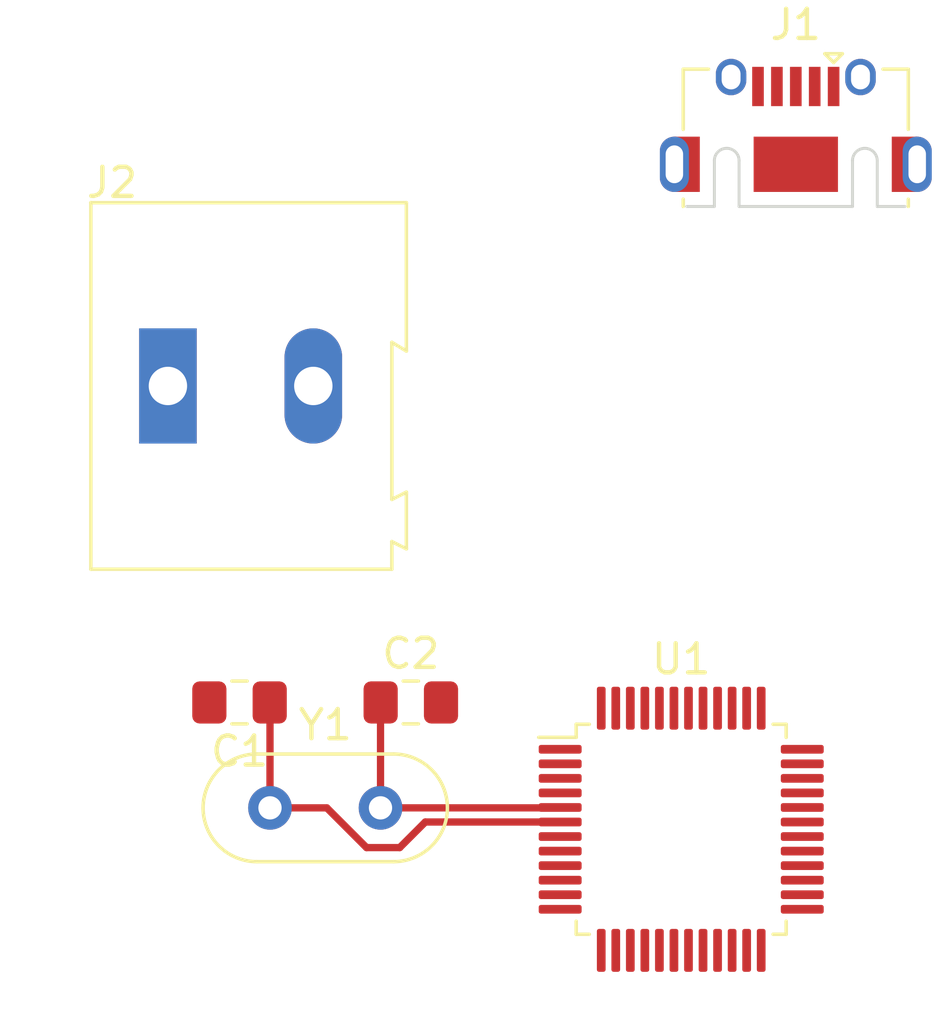
<source format=kicad_pcb>
(kicad_pcb (version 20211014) (generator pcbnew)
  (title_block (title "STM32F100C4_minsys") (date "2023-03-25") (rev "V01") (company "Elab Untidar") (comment 1 "www.elab.untidar.ac.id") (comment 2 "Author : Dwi Kurniawan"))
  (layers (0 "F.Cu" signal) (31 "B.Cu" signal) (34 "B.Paste" user) (35 "F.Paste" user) (36 "B.SilkS" user "B.Silkscreen") (37 "F.SilkS" user "F.Silkscreen") (38 "B.Mask" user) (39 "F.Mask" user) (44 "Edge.Cuts" user))
  (net 0 "")
  (net 1 "VBUS")
  (net 5 "GND")
  (net 51 "Net-(C1-Pad1)")
  (net 52 "Net-(Y1-Pad2)")
  (footprint "TerminalBlock:TerminalBlock_Altech_AK300-2_P5.00mm" (layer "F.Cu") (at 127 58.42)
    (fp_text reference "J2" (at -1.92 -6.99) (layer "F.SilkS"))
    (fp_text value "Screw_Terminal_01x02")
    (fp_line (start -2.65 6.3) (end 7.7 6.3) (layer "F.SilkS") (width 0.12))
    (fp_line (start 8.2 5.6) (end 8.2 3.7) (layer "F.SilkS") (width 0.12))
    (fp_line (start 8.2 -6.3) (end -2.65 -6.3) (layer "F.SilkS") (width 0.12))
    (fp_line (start -2.65 -6.3) (end -2.65 6.3) (layer "F.SilkS") (width 0.12))
    (fp_line (start 7.7 5.35) (end 8.2 5.6) (layer "F.SilkS") (width 0.12))
    (fp_line (start 7.7 6.3) (end 7.7 5.35) (layer "F.SilkS") (width 0.12))
    (fp_line (start 8.2 3.65) (end 7.7 3.9) (layer "F.SilkS") (width 0.12))
    (fp_line (start 8.2 3.7) (end 8.2 3.65) (layer "F.SilkS") (width 0.12))
    (fp_line (start 8.2 -1.2) (end 8.2 -6.3) (layer "F.SilkS") (width 0.12))
    (fp_line (start 7.7 -1.5) (end 8.2 -1.2) (layer "F.SilkS") (width 0.12))
    (fp_line (start 7.7 3.9) (end 7.7 -1.5) (layer "F.SilkS") (width 0.12))
    (pad "1" thru_hole rect (at 0 0) (size 1.98 3.96) (drill 1.32) (layers *.Cu *.Mask) (net 5 "GND"))
    (pad "2" thru_hole oval (at 5 0) (size 1.98 3.96) (drill 1.32) (layers *.Cu *.Mask))
  )
  (footprint "Capacitor_SMD:C_0805_2012Metric_Pad1.18x1.45mm_HandSolder" (layer "F.Cu") (at 135.3525 69.3)
    (fp_text reference "C2" (at 0 -1.68) (layer "F.SilkS"))
    (fp_text value "6.8pF")
    (fp_line (start -0.261252 0.735) (end 0.261252 0.735) (layer "F.SilkS") (width 0.12))
    (fp_line (start -0.261252 -0.735) (end 0.261252 -0.735) (layer "F.SilkS") (width 0.12))
    (pad "1" smd roundrect (at -1.0375 0) (size 1.175 1.45) (layers "F.Cu" "F.Paste" "F.Mask") (roundrect_rratio 0.212766) (net 52 "Net-(Y1-Pad2)"))
    (pad "2" smd roundrect (at 1.0375 0) (size 1.175 1.45) (layers "F.Cu" "F.Paste" "F.Mask") (roundrect_rratio 0.212766) (net 5 "GND"))
  )
  (footprint "Connector_USB:USB_Micro-AB_Molex_47590-0001" (layer "F.Cu") (at 148.59 50.8)
    (fp_text reference "J1" (at 0 -4.8 -180) (layer "F.SilkS"))
    (fp_text value "USB_OTG")
    (fp_line (start 1.3 -3.5) (end 1.6 -3.8) (layer "F.SilkS") (width 0.12))
    (fp_line (start -3.87 -3.27) (end -3 -3.27) (layer "F.SilkS") (width 0.12))
    (fp_line (start 3.87 1.2) (end 3.87 1.45) (layer "F.SilkS") (width 0.12))
    (fp_line (start 3.87 -3.27) (end 3.87 -1.2) (layer "F.SilkS") (width 0.12))
    (fp_line (start 1.3 -3.5) (end 1 -3.8) (layer "F.SilkS") (width 0.12))
    (fp_line (start -3.87 1.2) (end -3.87 1.45) (layer "F.SilkS") (width 0.12))
    (fp_line (start -3.87 -3.27) (end -3.87 -1.2) (layer "F.SilkS") (width 0.12))
    (fp_line (start 3 -3.27) (end 3.87 -3.27) (layer "F.SilkS") (width 0.12))
    (fp_line (start 1 -3.8) (end 1.6 -3.8) (layer "F.SilkS") (width 0.12))
    (fp_line (start -2.8 -0.125) (end -2.8 1.45) (layer "Edge.Cuts") (width 0.1))
    (fp_line (start -3.75 1.45) (end -2.8 1.45) (layer "Edge.Cuts") (width 0.1))
    (fp_line (start 2.8 1.45) (end 3.75 1.45) (layer "Edge.Cuts") (width 0.1))
    (fp_line (start -1.95 1.45) (end 1.95 1.45) (layer "Edge.Cuts") (width 0.1))
    (fp_line (start 1.95 -0.125) (end 1.95 1.45) (layer "Edge.Cuts") (width 0.1))
    (fp_line (start -1.95 -0.125) (end -1.95 1.45) (layer "Edge.Cuts") (width 0.1))
    (fp_line (start 2.8 -0.125) (end 2.8 1.45) (layer "Edge.Cuts") (width 0.1))
    (fp_arc (start 1.95 -0.125) (mid 2.375 -0.55) (end 2.8 -0.125) (layer "Edge.Cuts") (width 0.1))
    (fp_arc (start -2.8 -0.125) (mid -2.375 -0.55) (end -1.95 -0.125) (layer "Edge.Cuts") (width 0.1))
    (pad "1" smd rect (at 1.3 -2.675) (size 0.4 1.35) (layers "F.Cu" "F.Paste" "F.Mask") (net 1 "VBUS"))
    (pad "2" smd rect (at 0.65 -2.675) (size 0.4 1.35) (layers "F.Cu" "F.Paste" "F.Mask"))
    (pad "3" smd rect (at 0 -2.675) (size 0.4 1.35) (layers "F.Cu" "F.Paste" "F.Mask"))
    (pad "4" smd rect (at -0.65 -2.675) (size 0.4 1.35) (layers "F.Cu" "F.Paste" "F.Mask"))
    (pad "5" smd rect (at -1.3 -2.675) (size 0.4 1.35) (layers "F.Cu" "F.Paste" "F.Mask") (net 5 "GND"))
    (pad "6" smd rect (at 3.7375 0) (size 0.875 1.9) (layers "F.Cu" "F.Mask") (net 5 "GND"))
    (pad "6" thru_hole oval (at -4.175 0) (size 1 1.9) (drill oval 0.6 1.3) (layers *.Cu *.Mask) (net 5 "GND"))
    (pad "6" thru_hole oval (at 2.225 -3) (size 1.05 1.25) (drill oval 0.65 0.85) (layers *.Cu *.Mask) (net 5 "GND"))
    (pad "6" smd rect (at 0 0) (size 2.9 1.9) (layers "F.Cu" "F.Paste" "F.Mask") (net 5 "GND"))
    (pad "6" thru_hole oval (at -2.225 -3) (size 1.05 1.25) (drill oval 0.65 0.85) (layers *.Cu *.Mask) (net 5 "GND"))
    (pad "6" smd rect (at -3.7375 0) (size 0.875 1.9) (layers "F.Cu" "F.Mask") (net 5 "GND"))
    (pad "6" thru_hole oval (at 4.175 0) (size 1 1.9) (drill oval 0.6 1.3) (layers *.Cu *.Mask) (net 5 "GND"))
  )
  (footprint "Capacitor_SMD:C_0805_2012Metric_Pad1.18x1.45mm_HandSolder" (layer "F.Cu") (at 129.4625 69.3 180)
    (fp_text reference "C1" (at 0 -1.68) (layer "F.SilkS"))
    (fp_text value "6.8pF")
    (fp_line (start -0.261252 -0.735) (end 0.261252 -0.735) (layer "F.SilkS") (width 0.12))
    (fp_line (start -0.261252 0.735) (end 0.261252 0.735) (layer "F.SilkS") (width 0.12))
    (pad "1" smd roundrect (at -1.0375 0 180) (size 1.175 1.45) (layers "F.Cu" "F.Paste" "F.Mask") (roundrect_rratio 0.212766) (net 51 "Net-(C1-Pad1)"))
    (pad "2" smd roundrect (at 1.0375 0 180) (size 1.175 1.45) (layers "F.Cu" "F.Paste" "F.Mask") (roundrect_rratio 0.212766) (net 5 "GND"))
  )
  (footprint "Crystal:Crystal_HC52-U_Vertical" (layer "F.Cu") (at 130.5102 72.9234)
    (fp_text reference "Y1" (at 1.9 -2.85) (layer "F.SilkS"))
    (fp_text value "8MHz")
    (fp_line (start -0.45 -1.85) (end 4.25 -1.85) (layer "F.SilkS") (width 0.12))
    (fp_line (start -0.45 1.85) (end 4.25 1.85) (layer "F.SilkS") (width 0.12))
    (fp_arc (start -0.45 1.85) (mid -2.3 0) (end -0.45 -1.85) (layer "F.SilkS") (width 0.12))
    (fp_arc (start 4.25 -1.85) (mid 6.1 0) (end 4.25 1.85) (layer "F.SilkS") (width 0.12))
    (pad "1" thru_hole circle (at 0 0) (size 1.5 1.5) (drill 0.8) (layers *.Cu *.Mask) (net 51 "Net-(C1-Pad1)"))
    (pad "2" thru_hole circle (at 3.8 0) (size 1.5 1.5) (drill 0.8) (layers *.Cu *.Mask) (net 52 "Net-(Y1-Pad2)"))
  )
  (footprint "Package_QFP:LQFP-48_7x7mm_P0.5mm" (layer "F.Cu") (at 144.65 73.66)
    (fp_text reference "U1" (at 0 -5.85) (layer "F.SilkS"))
    (fp_text value "STM32F100C4Tx")
    (fp_line (start -3.61 -3.16) (end -4.9 -3.16) (layer "F.SilkS") (width 0.12))
    (fp_line (start 3.16 3.61) (end 3.61 3.61) (layer "F.SilkS") (width 0.12))
    (fp_line (start -3.16 3.61) (end -3.61 3.61) (layer "F.SilkS") (width 0.12))
    (fp_line (start 3.61 -3.61) (end 3.61 -3.16) (layer "F.SilkS") (width 0.12))
    (fp_line (start 3.61 3.61) (end 3.61 3.16) (layer "F.SilkS") (width 0.12))
    (fp_line (start -3.16 -3.61) (end -3.61 -3.61) (layer "F.SilkS") (width 0.12))
    (fp_line (start 3.16 -3.61) (end 3.61 -3.61) (layer "F.SilkS") (width 0.12))
    (fp_line (start -3.61 3.61) (end -3.61 3.16) (layer "F.SilkS") (width 0.12))
    (fp_line (start -3.61 -3.61) (end -3.61 -3.16) (layer "F.SilkS") (width 0.12))
    (pad "1" smd roundrect (at -4.1625 -2.75) (size 1.475 0.3) (layers "F.Cu" "F.Paste" "F.Mask"))
    (pad "2" smd roundrect (at -4.1625 -2.25) (size 1.475 0.3) (layers "F.Cu" "F.Paste" "F.Mask"))
    (pad "3" smd roundrect (at -4.1625 -1.75) (size 1.475 0.3) (layers "F.Cu" "F.Paste" "F.Mask"))
    (pad "4" smd roundrect (at -4.1625 -1.25) (size 1.475 0.3) (layers "F.Cu" "F.Paste" "F.Mask"))
    (pad "5" smd roundrect (at -4.1625 -0.75) (size 1.475 0.3) (layers "F.Cu" "F.Paste" "F.Mask") (net 52 "Net-(Y1-Pad2)"))
    (pad "6" smd roundrect (at -4.1625 -0.25) (size 1.475 0.3) (layers "F.Cu" "F.Paste" "F.Mask") (net 51 "Net-(C1-Pad1)"))
    (pad "7" smd roundrect (at -4.1625 0.25) (size 1.475 0.3) (layers "F.Cu" "F.Paste" "F.Mask"))
    (pad "8" smd roundrect (at -4.1625 0.75) (size 1.475 0.3) (layers "F.Cu" "F.Paste" "F.Mask"))
    (pad "9" smd roundrect (at -4.1625 1.25) (size 1.475 0.3) (layers "F.Cu" "F.Paste" "F.Mask"))
    (pad "10" smd roundrect (at -4.1625 1.75) (size 1.475 0.3) (layers "F.Cu" "F.Paste" "F.Mask"))
    (pad "11" smd roundrect (at -4.1625 2.25) (size 1.475 0.3) (layers "F.Cu" "F.Paste" "F.Mask"))
    (pad "12" smd roundrect (at -4.1625 2.75) (size 1.475 0.3) (layers "F.Cu" "F.Paste" "F.Mask"))
    (pad "13" smd roundrect (at -2.75 4.1625) (size 0.3 1.475) (layers "F.Cu" "F.Paste" "F.Mask"))
    (pad "14" smd roundrect (at -2.25 4.1625) (size 0.3 1.475) (layers "F.Cu" "F.Paste" "F.Mask"))
    (pad "15" smd roundrect (at -1.75 4.1625) (size 0.3 1.475) (layers "F.Cu" "F.Paste" "F.Mask"))
    (pad "16" smd roundrect (at -1.25 4.1625) (size 0.3 1.475) (layers "F.Cu" "F.Paste" "F.Mask"))
    (pad "17" smd roundrect (at -0.75 4.1625) (size 0.3 1.475) (layers "F.Cu" "F.Paste" "F.Mask"))
    (pad "18" smd roundrect (at -0.25 4.1625) (size 0.3 1.475) (layers "F.Cu" "F.Paste" "F.Mask"))
    (pad "19" smd roundrect (at 0.25 4.1625) (size 0.3 1.475) (layers "F.Cu" "F.Paste" "F.Mask"))
    (pad "20" smd roundrect (at 0.75 4.1625) (size 0.3 1.475) (layers "F.Cu" "F.Paste" "F.Mask"))
    (pad "21" smd roundrect (at 1.25 4.1625) (size 0.3 1.475) (layers "F.Cu" "F.Paste" "F.Mask"))
    (pad "22" smd roundrect (at 1.75 4.1625) (size 0.3 1.475) (layers "F.Cu" "F.Paste" "F.Mask"))
    (pad "23" smd roundrect (at 2.25 4.1625) (size 0.3 1.475) (layers "F.Cu" "F.Paste" "F.Mask"))
    (pad "24" smd roundrect (at 2.75 4.1625) (size 0.3 1.475) (layers "F.Cu" "F.Paste" "F.Mask"))
    (pad "25" smd roundrect (at 4.1625 2.75) (size 1.475 0.3) (layers "F.Cu" "F.Paste" "F.Mask"))
    (pad "26" smd roundrect (at 4.1625 2.25) (size 1.475 0.3) (layers "F.Cu" "F.Paste" "F.Mask"))
    (pad "27" smd roundrect (at 4.1625 1.75) (size 1.475 0.3) (layers "F.Cu" "F.Paste" "F.Mask"))
    (pad "28" smd roundrect (at 4.1625 1.25) (size 1.475 0.3) (layers "F.Cu" "F.Paste" "F.Mask"))
    (pad "29" smd roundrect (at 4.1625 0.75) (size 1.475 0.3) (layers "F.Cu" "F.Paste" "F.Mask"))
    (pad "30" smd roundrect (at 4.1625 0.25) (size 1.475 0.3) (layers "F.Cu" "F.Paste" "F.Mask"))
    (pad "31" smd roundrect (at 4.1625 -0.25) (size 1.475 0.3) (layers "F.Cu" "F.Paste" "F.Mask"))
    (pad "32" smd roundrect (at 4.1625 -0.75) (size 1.475 0.3) (layers "F.Cu" "F.Paste" "F.Mask"))
    (pad "33" smd roundrect (at 4.1625 -1.25) (size 1.475 0.3) (layers "F.Cu" "F.Paste" "F.Mask"))
    (pad "34" smd roundrect (at 4.1625 -1.75) (size 1.475 0.3) (layers "F.Cu" "F.Paste" "F.Mask"))
    (pad "35" smd roundrect (at 4.1625 -2.25) (size 1.475 0.3) (layers "F.Cu" "F.Paste" "F.Mask"))
    (pad "36" smd roundrect (at 4.1625 -2.75) (size 1.475 0.3) (layers "F.Cu" "F.Paste" "F.Mask"))
    (pad "37" smd roundrect (at 2.75 -4.1625) (size 0.3 1.475) (layers "F.Cu" "F.Paste" "F.Mask"))
    (pad "38" smd roundrect (at 2.25 -4.1625) (size 0.3 1.475) (layers "F.Cu" "F.Paste" "F.Mask"))
    (pad "39" smd roundrect (at 1.75 -4.1625) (size 0.3 1.475) (layers "F.Cu" "F.Paste" "F.Mask"))
    (pad "40" smd roundrect (at 1.25 -4.1625) (size 0.3 1.475) (layers "F.Cu" "F.Paste" "F.Mask"))
    (pad "41" smd roundrect (at 0.75 -4.1625) (size 0.3 1.475) (layers "F.Cu" "F.Paste" "F.Mask"))
    (pad "42" smd roundrect (at 0.25 -4.1625) (size 0.3 1.475) (layers "F.Cu" "F.Paste" "F.Mask"))
    (pad "43" smd roundrect (at -0.25 -4.1625) (size 0.3 1.475) (layers "F.Cu" "F.Paste" "F.Mask"))
    (pad "44" smd roundrect (at -0.75 -4.1625) (size 0.3 1.475) (layers "F.Cu" "F.Paste" "F.Mask"))
    (pad "45" smd roundrect (at -1.25 -4.1625) (size 0.3 1.475) (layers "F.Cu" "F.Paste" "F.Mask"))
    (pad "46" smd roundrect (at -1.75 -4.1625) (size 0.3 1.475) (layers "F.Cu" "F.Paste" "F.Mask"))
    (pad "47" smd roundrect (at -2.25 -4.1625) (size 0.3 1.475) (layers "F.Cu" "F.Paste" "F.Mask"))
    (pad "48" smd roundrect (at -2.75 -4.1625) (size 0.3 1.475) (layers "F.Cu" "F.Paste" "F.Mask"))
  )
  (segment (start 130.5 69.3) (end 130.5102 69.3102) (width 0.25) (layer "F.Cu") (net 51))
  (segment (start 132.4634 72.9234) (end 130.5102 72.9234) (width 0.25) (layer "F.Cu") (net 51))
  (segment (start 134.97 74.29) (end 133.83 74.29) (width 0.25) (layer "F.Cu") (net 51))
  (segment (start 135.85 73.41) (end 134.97 74.29) (width 0.25) (layer "F.Cu") (net 51))
  (segment (start 140.4875 73.41) (end 135.85 73.41) (width 0.25) (layer "F.Cu") (net 51))
  (segment (start 130.5102 69.3102) (end 130.5102 72.9234) (width 0.25) (layer "F.Cu") (net 51))
  (segment (start 133.83 74.29) (end 132.4634 72.9234) (width 0.25) (layer "F.Cu") (net 51))
  (segment (start 134.315 69.3) (end 134.3102 69.3048) (width 0.25) (layer "F.Cu") (net 52))
  (segment (start 134.3102 69.3048) (end 134.3102 72.9234) (width 0.25) (layer "F.Cu") (net 52))
  (segment (start 140.4741 72.9234) (end 134.3102 72.9234) (width 0.25) (layer "F.Cu") (net 52))
  (segment (start 140.4875 72.91) (end 140.4741 72.9234) (width 0.25) (layer "F.Cu") (net 52))
)
</source>
